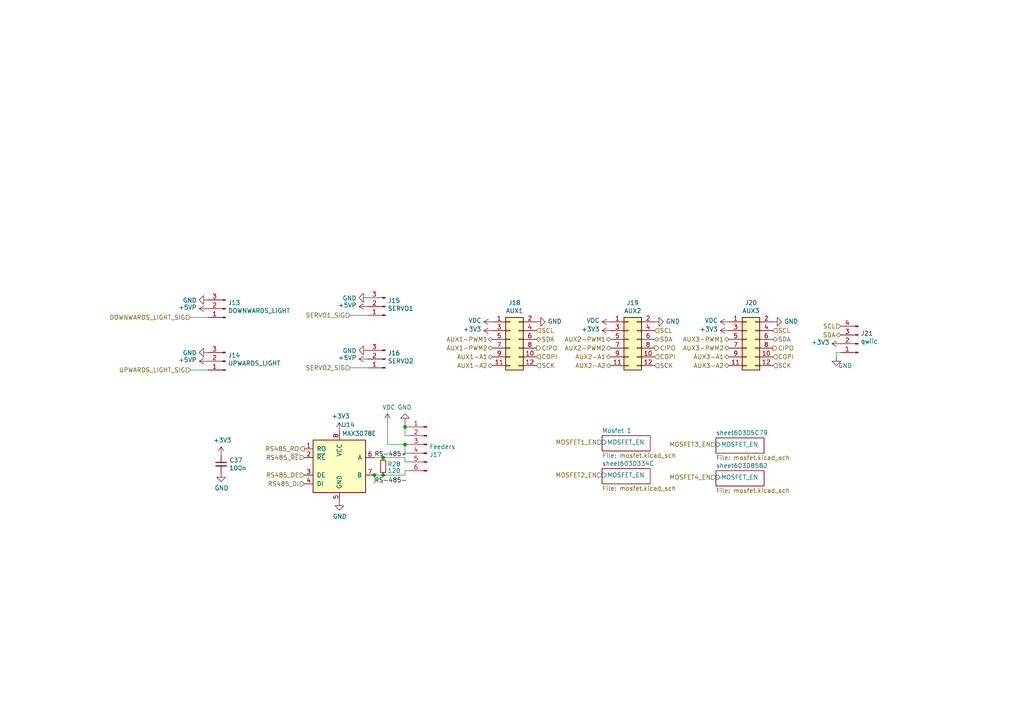
<source format=kicad_sch>
(kicad_sch (version 20211123) (generator eeschema)
  (paper "A4")
  (title_block (title "Output") (date "2021-02-19") (rev "003"))
  (lib_symbols
    (symbol "Connector:Conn_01x03_Male" (pin_names (offset 1.016) hide)
      (property "Reference" "J" (at 0 5.08 0))
      (property "Value" "Conn_01x03_Male" (at 0 -5.08 0))
      (symbol "Conn_01x03_Male_1_1"
        (polyline (pts (xy 1.27 -2.54) (xy 0.8636 -2.54)) (stroke (width 0.1524)))
        (polyline (pts (xy 1.27 0) (xy 0.8636 0)) (stroke (width 0.1524)))
        (polyline (pts (xy 1.27 2.54) (xy 0.8636 2.54)) (stroke (width 0.1524)))
        (rectangle (start 0.8636 -2.413) (end 0 -2.667) (stroke (width 0.1524)) (fill (type outline)))
        (rectangle (start 0.8636 0.127) (end 0 -0.127) (stroke (width 0.1524)) (fill (type outline)))
        (rectangle (start 0.8636 2.667) (end 0 2.413) (stroke (width 0.1524)) (fill (type outline)))
        (pin passive line (at 5.08 2.54 180) (length 3.81) (name "Pin_1") (number "1"))
        (pin passive line (at 5.08 0 180) (length 3.81) (name "Pin_2") (number "2"))
        (pin passive line (at 5.08 -2.54 180) (length 3.81) (name "Pin_3") (number "3"))
      )
    )
    (symbol "Connector:Conn_01x04_Male" (pin_names (offset 1.016) hide)
      (property "Reference" "J" (at 0 5.08 0))
      (property "Value" "Conn_01x04_Male" (at 0 -7.62 0))
      (symbol "Conn_01x04_Male_1_1"
        (polyline (pts (xy 1.27 -5.08) (xy 0.8636 -5.08)) (stroke (width 0.1524)))
        (polyline (pts (xy 1.27 -2.54) (xy 0.8636 -2.54)) (stroke (width 0.1524)))
        (polyline (pts (xy 1.27 0) (xy 0.8636 0)) (stroke (width 0.1524)))
        (polyline (pts (xy 1.27 2.54) (xy 0.8636 2.54)) (stroke (width 0.1524)))
        (rectangle (start 0.8636 -4.953) (end 0 -5.207) (stroke (width 0.1524)) (fill (type outline)))
        (rectangle (start 0.8636 -2.413) (end 0 -2.667) (stroke (width 0.1524)) (fill (type outline)))
        (rectangle (start 0.8636 0.127) (end 0 -0.127) (stroke (width 0.1524)) (fill (type outline)))
        (rectangle (start 0.8636 2.667) (end 0 2.413) (stroke (width 0.1524)) (fill (type outline)))
        (pin passive line (at 5.08 2.54 180) (length 3.81) (name "Pin_1") (number "1"))
        (pin passive line (at 5.08 0 180) (length 3.81) (name "Pin_2") (number "2"))
        (pin passive line (at 5.08 -2.54 180) (length 3.81) (name "Pin_3") (number "3"))
        (pin passive line (at 5.08 -5.08 180) (length 3.81) (name "Pin_4") (number "4"))
      )
    )
    (symbol "Connector:Conn_01x06_Male" (pin_names (offset 1.016) hide)
      (property "Reference" "J" (at 0 7.62 0))
      (property "Value" "Conn_01x06_Male" (at 0 -10.16 0))
      (symbol "Conn_01x06_Male_1_1"
        (polyline (pts (xy 1.27 -7.62) (xy 0.8636 -7.62)) (stroke (width 0.1524)))
        (polyline (pts (xy 1.27 -5.08) (xy 0.8636 -5.08)) (stroke (width 0.1524)))
        (polyline (pts (xy 1.27 -2.54) (xy 0.8636 -2.54)) (stroke (width 0.1524)))
        (polyline (pts (xy 1.27 0) (xy 0.8636 0)) (stroke (width 0.1524)))
        (polyline (pts (xy 1.27 2.54) (xy 0.8636 2.54)) (stroke (width 0.1524)))
        (polyline (pts (xy 1.27 5.08) (xy 0.8636 5.08)) (stroke (width 0.1524)))
        (rectangle (start 0.8636 -7.493) (end 0 -7.747) (stroke (width 0.1524)) (fill (type outline)))
        (rectangle (start 0.8636 -4.953) (end 0 -5.207) (stroke (width 0.1524)) (fill (type outline)))
        (rectangle (start 0.8636 -2.413) (end 0 -2.667) (stroke (width 0.1524)) (fill (type outline)))
        (rectangle (start 0.8636 0.127) (end 0 -0.127) (stroke (width 0.1524)) (fill (type outline)))
        (rectangle (start 0.8636 2.667) (end 0 2.413) (stroke (width 0.1524)) (fill (type outline)))
        (rectangle (start 0.8636 5.207) (end 0 4.953) (stroke (width 0.1524)) (fill (type outline)))
        (pin passive line (at 5.08 5.08 180) (length 3.81) (name "Pin_1") (number "1"))
        (pin passive line (at 5.08 2.54 180) (length 3.81) (name "Pin_2") (number "2"))
        (pin passive line (at 5.08 0 180) (length 3.81) (name "Pin_3") (number "3"))
        (pin passive line (at 5.08 -2.54 180) (length 3.81) (name "Pin_4") (number "4"))
        (pin passive line (at 5.08 -5.08 180) (length 3.81) (name "Pin_5") (number "5"))
        (pin passive line (at 5.08 -7.62 180) (length 3.81) (name "Pin_6") (number "6"))
      )
    )
    (symbol "Connector_Generic:Conn_02x06_Odd_Even" (pin_names (offset 1.016) hide)
      (property "Reference" "J" (at 1.27 7.62 0))
      (property "Value" "Conn_02x06_Odd_Even" (at 1.27 -10.16 0))
      (symbol "Conn_02x06_Odd_Even_1_1"
        (rectangle (start -1.27 -7.493) (end 0 -7.747) (stroke (width 0.1524)))
        (rectangle (start -1.27 -4.953) (end 0 -5.207) (stroke (width 0.1524)))
        (rectangle (start -1.27 -2.413) (end 0 -2.667) (stroke (width 0.1524)))
        (rectangle (start -1.27 0.127) (end 0 -0.127) (stroke (width 0.1524)))
        (rectangle (start -1.27 2.667) (end 0 2.413) (stroke (width 0.1524)))
        (rectangle (start -1.27 5.207) (end 0 4.953) (stroke (width 0.1524)))
        (rectangle (start -1.27 6.35) (end 3.81 -8.89) (stroke (width 0.254)) (fill (type background)))
        (rectangle (start 3.81 -7.493) (end 2.54 -7.747) (stroke (width 0.1524)))
        (rectangle (start 3.81 -4.953) (end 2.54 -5.207) (stroke (width 0.1524)))
        (rectangle (start 3.81 -2.413) (end 2.54 -2.667) (stroke (width 0.1524)))
        (rectangle (start 3.81 0.127) (end 2.54 -0.127) (stroke (width 0.1524)))
        (rectangle (start 3.81 2.667) (end 2.54 2.413) (stroke (width 0.1524)))
        (rectangle (start 3.81 5.207) (end 2.54 4.953) (stroke (width 0.1524)))
        (pin passive line (at -5.08 5.08 0) (length 3.81) (name "Pin_1") (number "1"))
        (pin passive line (at 7.62 -5.08 180) (length 3.81) (name "Pin_10") (number "10"))
        (pin passive line (at -5.08 -7.62 0) (length 3.81) (name "Pin_11") (number "11"))
        (pin passive line (at 7.62 -7.62 180) (length 3.81) (name "Pin_12") (number "12"))
        (pin passive line (at 7.62 5.08 180) (length 3.81) (name "Pin_2") (number "2"))
        (pin passive line (at -5.08 2.54 0) (length 3.81) (name "Pin_3") (number "3"))
        (pin passive line (at 7.62 2.54 180) (length 3.81) (name "Pin_4") (number "4"))
        (pin passive line (at -5.08 0 0) (length 3.81) (name "Pin_5") (number "5"))
        (pin passive line (at 7.62 0 180) (length 3.81) (name "Pin_6") (number "6"))
        (pin passive line (at -5.08 -2.54 0) (length 3.81) (name "Pin_7") (number "7"))
        (pin passive line (at 7.62 -2.54 180) (length 3.81) (name "Pin_8") (number "8"))
        (pin passive line (at -5.08 -5.08 0) (length 3.81) (name "Pin_9") (number "9"))
      )
    )
    (symbol "Device:C_Small" (pin_numbers hide) (pin_names (offset 0.254) hide)
      (property "Reference" "C" (at 0.254 1.778 0))
      (property "Value" "C_Small" (at 0.254 -2.032 0))
      (symbol "C_Small_0_1"
        (polyline (pts (xy -1.524 -0.508) (xy 1.524 -0.508)) (stroke (width 0.3302)))
        (polyline (pts (xy -1.524 0.508) (xy 1.524 0.508)) (stroke (width 0.3048)))
      )
      (symbol "C_Small_1_1"
        (pin passive line (at 0 2.54 270) (length 2.032) (name "~") (number "1"))
        (pin passive line (at 0 -2.54 90) (length 2.032) (name "~") (number "2"))
      )
    )
    (symbol "Device:R_Small" (pin_numbers hide) (pin_names (offset 0.254) hide)
      (property "Reference" "R" (at 0.762 0.508 0))
      (property "Value" "R_Small" (at 0.762 -1.016 0))
      (symbol "R_Small_0_1"
        (rectangle (start -0.762 1.778) (end 0.762 -1.778) (stroke (width 0.2032)))
      )
      (symbol "R_Small_1_1"
        (pin passive line (at 0 2.54 270) (length 0.762) (name "~") (number "1"))
        (pin passive line (at 0 -2.54 90) (length 0.762) (name "~") (number "2"))
      )
    )
    (symbol "Interface_UART:MAX3078E" (pin_names (offset 1.016))
      (property "Reference" "U" (at -7.62 8.89 0))
      (property "Value" "MAX3078E" (at 2.54 8.89 0))
      (symbol "MAX3078E_0_1"
        (rectangle (start -7.62 7.62) (end 7.62 -7.62) (stroke (width 0.254)) (fill (type background)))
      )
      (symbol "MAX3078E_1_1"
        (pin output line (at -10.16 5.08 0) (length 2.54) (name "RO") (number "1"))
        (pin input line (at -10.16 2.54 0) (length 2.54) (name "~{RE}") (number "2"))
        (pin input line (at -10.16 -2.54 0) (length 2.54) (name "DE") (number "3"))
        (pin input line (at -10.16 -5.08 0) (length 2.54) (name "DI") (number "4"))
        (pin power_in line (at 0 -10.16 90) (length 2.54) (name "GND") (number "5"))
        (pin bidirectional line (at 10.16 2.54 180) (length 2.54) (name "A") (number "6"))
        (pin bidirectional line (at 10.16 -2.54 180) (length 2.54) (name "B") (number "7"))
        (pin power_in line (at 0 10.16 270) (length 2.54) (name "VCC") (number "8"))
      )
    )
    (symbol "power:+3.3V" (power) (pin_names (offset 0))
      (property "Value" "+3.3V" (at 0 3.556 0))
      (symbol "+3.3V_0_1"
        (polyline (pts (xy -0.762 1.27) (xy 0 2.54)))
        (polyline (pts (xy 0 0) (xy 0 2.54)))
        (polyline (pts (xy 0 2.54) (xy 0.762 1.27)))
      )
      (symbol "+3.3V_1_1"
        (pin power_in line (at 0 0 90) (length 0) hide (name "+3V3") (number "1"))
      )
    )
    (symbol "power:+5VP" (power) (pin_names (offset 0))
      (property "Value" "+5VP" (at 0 3.556 0))
      (symbol "+5VP_0_1"
        (polyline (pts (xy -0.762 1.27) (xy 0 2.54)))
        (polyline (pts (xy 0 0) (xy 0 2.54)))
        (polyline (pts (xy 0 2.54) (xy 0.762 1.27)))
      )
      (symbol "+5VP_1_1"
        (pin power_in line (at 0 0 90) (length 0) hide (name "+5VP") (number "1"))
      )
    )
    (symbol "power:GND" (power) (pin_names (offset 0))
      (property "Value" "GND" (at 0 -3.81 0))
      (symbol "GND_0_1"
        (polyline (pts (xy 0 0) (xy 0 -1.27) (xy 1.27 -1.27) (xy 0 -2.54) (xy -1.27 -1.27) (xy 0 -1.27)))
      )
      (symbol "GND_1_1"
        (pin power_in line (at 0 0 270) (length 0) hide (name "GND") (number "1"))
      )
    )
    (symbol "power:VDC" (power) (pin_names (offset 0))
      (property "Value" "VDC" (at 0 6.35 0))
      (symbol "VDC_0_1"
        (polyline (pts (xy -0.762 1.27) (xy 0 2.54)))
        (polyline (pts (xy 0 0) (xy 0 2.54)))
        (polyline (pts (xy 0 2.54) (xy 0.762 1.27)))
      )
      (symbol "VDC_1_1"
        (pin power_in line (at 0 0 90) (length 0) hide (name "VDC") (number "1"))
      )
    )
  )
  (junction (at 117.475 123.825))
  (junction (at 108.585 137.795))
  (junction (at 117.475 128.905))
  (junction (at 111.125 137.795))
  (junction (at 111.125 132.715))
  (wire (pts (xy 117.475 133.985) (xy 118.745 133.985)))
  (wire (pts (xy 242.57 103.505) (xy 242.57 102.235)))
  (wire (pts (xy 117.475 126.365) (xy 118.745 126.365)))
  (wire (pts (xy 111.125 132.715) (xy 117.475 132.715)))
  (wire (pts (xy 112.395 128.905) (xy 117.475 128.905)))
  (wire (pts (xy 117.475 123.825) (xy 117.475 126.365)))
  (wire (pts (xy 108.585 140.335) (xy 108.585 137.795)))
  (wire (pts (xy 101.6 91.44) (xy 106.68 91.44)))
  (wire (pts (xy 118.745 123.825) (xy 117.475 123.825)))
  (wire (pts (xy 117.475 132.715) (xy 117.475 133.985)))
  (wire (pts (xy 118.745 136.525) (xy 117.475 136.525)))
  (wire (pts (xy 108.585 132.715) (xy 111.125 132.715)))
  (wire (pts (xy 111.125 137.795) (xy 108.585 137.795)))
  (wire (pts (xy 55.245 107.315) (xy 60.325 107.315)))
  (wire (pts (xy 242.57 102.235) (xy 243.84 102.235)))
  (wire (pts (xy 117.475 136.525) (xy 117.475 137.795)))
  (wire (pts (xy 112.395 122.555) (xy 112.395 128.905)))
  (wire (pts (xy 55.245 92.075) (xy 60.325 92.075)))
  (wire (pts (xy 117.475 128.905) (xy 118.745 128.905)))
  (wire (pts (xy 117.475 137.795) (xy 111.125 137.795)))
  (wire (pts (xy 117.475 131.445) (xy 118.745 131.445)))
  (wire (pts (xy 117.475 122.555) (xy 117.475 123.825)))
  (wire (pts (xy 117.475 128.905) (xy 117.475 131.445)))
  (wire (pts (xy 101.6 106.68) (xy 106.68 106.68)))
  (label "RS-485+" (at 108.585 132.715 0))
  (label "RS-485-" (at 108.585 140.335 0))
  (hierarchical_label "SDA" (shape bidirectional) (at 243.84 97.155 180))
  (hierarchical_label "AUX2-PWM2" (shape bidirectional) (at 177.165 100.965 180))
  (hierarchical_label "AUX1-A1" (shape bidirectional) (at 142.875 103.505 180))
  (hierarchical_label "SERVO2_SIG" (shape input) (at 101.6 106.68 180))
  (hierarchical_label "MOSFET1_EN" (shape input) (at 174.625 128.27 180))
  (hierarchical_label "AUX2-A2" (shape bidirectional) (at 177.165 106.045 180))
  (hierarchical_label "RS485_~{RE}" (shape input) (at 88.265 132.715 180))
  (hierarchical_label "AUX1-A2" (shape bidirectional) (at 142.875 106.045 180))
  (hierarchical_label "MOSFET2_EN" (shape input) (at 174.625 137.795 180))
  (hierarchical_label "AUX3-PWM2" (shape bidirectional) (at 211.455 100.965 180))
  (hierarchical_label "RS485_RO" (shape output) (at 88.265 130.175 180))
  (hierarchical_label "AUX3-A1" (shape bidirectional) (at 211.455 103.505 180))
  (hierarchical_label "SDA" (shape bidirectional) (at 224.155 98.425 0))
  (hierarchical_label "SCK" (shape input) (at 189.865 106.045 0))
  (hierarchical_label "CIPO" (shape output) (at 189.865 100.965 0))
  (hierarchical_label "SCL" (shape input) (at 155.575 95.885 0))
  (hierarchical_label "MOSFET4_EN" (shape input) (at 207.645 138.43 180))
  (hierarchical_label "SCL" (shape input) (at 189.865 95.885 0))
  (hierarchical_label "COPI" (shape input) (at 189.865 103.505 0))
  (hierarchical_label "AUX3-PWM1" (shape bidirectional) (at 211.455 98.425 180))
  (hierarchical_label "RS485_DE" (shape input) (at 88.265 137.795 180))
  (hierarchical_label "UPWARDS_LIGHT_SIG" (shape input) (at 55.245 107.315 180))
  (hierarchical_label "SCK" (shape input) (at 224.155 106.045 0))
  (hierarchical_label "SCL" (shape input) (at 243.84 94.615 180))
  (hierarchical_label "CIPO" (shape output) (at 155.575 100.965 0))
  (hierarchical_label "DOWNWARDS_LIGHT_SIG" (shape input) (at 55.245 92.075 180))
  (hierarchical_label "MOSFET3_EN" (shape input) (at 207.645 128.905 180))
  (hierarchical_label "AUX1-PWM2" (shape bidirectional) (at 142.875 100.965 180))
  (hierarchical_label "RS485_DI" (shape input) (at 88.265 140.335 180))
  (hierarchical_label "CIPO" (shape output) (at 224.155 100.965 0))
  (hierarchical_label "COPI" (shape input) (at 155.575 103.505 0))
  (hierarchical_label "AUX1-PWM1" (shape bidirectional) (at 142.875 98.425 180))
  (hierarchical_label "COPI" (shape input) (at 224.155 103.505 0))
  (hierarchical_label "AUX3-A2" (shape bidirectional) (at 211.455 106.045 180))
  (hierarchical_label "SDA" (shape bidirectional) (at 155.575 98.425 0))
  (hierarchical_label "SCK" (shape input) (at 155.575 106.045 0))
  (hierarchical_label "SDA" (shape bidirectional) (at 189.865 98.425 0))
  (hierarchical_label "SCL" (shape input) (at 224.155 95.885 0))
  (hierarchical_label "AUX2-A1" (shape bidirectional) (at 177.165 103.505 180))
  (hierarchical_label "SERVO1_SIG" (shape input) (at 101.6 91.44 180))
  (hierarchical_label "AUX2-PWM1" (shape bidirectional) (at 177.165 98.425 180))
  (symbol (lib_id "Connector:Conn_01x03_Male") (at 111.76 88.9 180) (unit 1)
    (property "Reference" "J15" (at 112.4712 87.1728 0) (effects (justify right)))
    (property "Value" "SERVO1" (at 112.4712 89.4842 0) (effects (justify right)))
    (property "Footprint" "Connector_JST:JST_XH_B3B-XH-A_1x03_P2.50mm_Vertical" (effects hide))
    (property "LCSC" "C2316" (effects hide))
    (property "JLCPCB" "C2316" (effects hide))
    (property "Digikey" "455-2248-ND" (effects hide))
  )
  (symbol (lib_id "Connector:Conn_01x03_Male") (at 111.76 104.14 180) (unit 1)
    (property "Reference" "J16" (at 112.4712 102.4128 0) (effects (justify right)))
    (property "Value" "SERVO2" (at 112.4712 104.7242 0) (effects (justify right)))
    (property "Footprint" "Connector_JST:JST_XH_B3B-XH-A_1x03_P2.50mm_Vertical" (effects hide))
    (property "LCSC" "C2316" (effects hide))
    (property "JLCPCB" "C2316" (effects hide))
    (property "Digikey" "455-2248-ND" (effects hide))
  )
  (symbol (lib_id "Connector:Conn_01x03_Male") (at 65.405 89.535 180) (unit 1)
    (property "Reference" "J13" (at 66.1162 87.8078 0) (effects (justify right)))
    (property "Value" "DOWNWARDS_LIGHT" (at 66.1162 90.1192 0) (effects (justify right)))
    (property "Footprint" "Connector_JST:JST_XH_B3B-XH-A_1x03_P2.50mm_Vertical" (effects hide))
    (property "LCSC" "C2316" (effects hide))
    (property "JLCPCB" "C2316" (effects hide))
    (property "Digikey" "455-2248-ND" (effects hide))
  )
  (symbol (lib_id "Connector:Conn_01x03_Male") (at 65.405 104.775 180) (unit 1)
    (property "Reference" "J14" (at 66.1162 103.0478 0) (effects (justify right)))
    (property "Value" "UPWARDS_LIGHT" (at 66.1162 105.3592 0) (effects (justify right)))
    (property "Footprint" "Connector_JST:JST_XH_B3B-XH-A_1x03_P2.50mm_Vertical" (effects hide))
    (property "LCSC" "C2316" (effects hide))
    (property "JLCPCB" "C2316" (effects hide))
    (property "Digikey" "455-2248-ND" (effects hide))
  )
  (symbol (lib_id "Device:R_Small") (at 111.125 135.255 0) (unit 1)
    (property "Reference" "R28" (at 114.3 134.62 0))
    (property "Value" "120" (at 114.3 136.525 0))
    (property "Footprint" "Resistor_SMD:R_0805_2012Metric" (effects hide))
    (property "Datasheet" "https://www.vishay.com/docs/20035/dcrcwe3.pdf" (effects hide))
    (property "Digikey" "541-120CCT-ND" (effects hide))
    (property "JLCPCB" " C17437" (effects hide))
    (property "LCSC" "C131390 " (effects hide))
    (property "Mouser" "71-CRCW0805120RFKEA" (effects hide))
  )
  (symbol (lib_id "power:GND") (at 98.425 145.415 0) (unit 1)
    (property "Reference" "#PWR0169" (effects hide))
    (property "Value" "GND" (at 98.552 149.8092 0))
  )
  (symbol (lib_id "Device:C_Small") (at 64.135 134.62 0) (unit 1)
    (property "Reference" "C37" (at 66.4718 133.4516 0) (effects (justify left)))
    (property "Value" "100n" (at 66.4718 135.763 0) (effects (justify left)))
    (property "Footprint" "Capacitor_SMD:C_0805_2012Metric" (effects hide))
    (property "Digikey" "1276-1180-1-ND" (effects hide))
    (property "JLCPCB" "C49678" (effects hide))
    (property "LCSC" "C360619" (effects hide))
    (property "Mouser" "581-08055C104K" (effects hide))
  )
  (symbol (lib_id "power:GND") (at 64.135 137.16 0) (unit 1)
    (property "Reference" "#PWR0167" (effects hide))
    (property "Value" "GND" (at 64.262 141.5542 0))
  )
  (symbol (lib_id "Connector:Conn_01x06_Male") (at 123.825 128.905 0) (mirror y) (unit 1)
    (property "Reference" "J17" (at 124.5362 131.9022 0) (effects (justify right)))
    (property "Value" "Feeders" (at 124.5362 129.5908 0) (effects (justify right)))
    (property "Footprint" "Connector_IDC:IDC-Header_2x03_P2.54mm_Vertical" (effects hide))
    (property "LCSC" "C601936" (effects hide))
    (property "JLCPCB" "C601936" (effects hide))
  )
  (symbol (lib_id "Connector:Conn_01x04_Male") (at 248.92 99.695 180) (unit 1)
    (property "Reference" "J21" (at 249.6312 96.6978 0) (effects (justify right)))
    (property "Value" "qwiic" (at 249.6312 99.0092 0) (effects (justify right)))
    (property "Footprint" "Connector_JST:JST_SH_BM04B-SRSS-TB_1x04-1MP_P1.00mm_Vertical" (effects hide))
    (property "LCSC" "C145961" (effects hide))
    (property "Config" "+qwiic" (effects hide))
  )
  (symbol (lib_id "power:GND") (at 242.57 103.505 0) (unit 1)
    (property "Reference" "#PWR0185" (effects hide))
    (property "Value" "GND" (at 245.11 106.045 0))
  )
  (symbol (lib_id "power:VDC") (at 112.395 122.555 0) (unit 1)
    (property "Reference" "#PWR0174" (effects hide))
    (property "Value" "VDC" (at 112.776 118.1608 0))
  )
  (symbol (lib_id "power:GND") (at 117.475 122.555 180) (unit 1)
    (property "Reference" "#PWR0175" (effects hide))
    (property "Value" "GND" (at 117.348 118.1608 0))
  )
  (symbol (lib_id "power:GND") (at 60.325 102.235 270) (unit 1)
    (property "Reference" "#PWR0164" (effects hide))
    (property "Value" "GND" (at 57.0738 102.362 90) (effects (justify right)))
  )
  (symbol (lib_id "power:GND") (at 60.325 86.995 270) (unit 1)
    (property "Reference" "#PWR0162" (effects hide))
    (property "Value" "GND" (at 57.0738 87.122 90) (effects (justify right)))
  )
  (symbol (lib_id "power:+3.3V") (at 243.84 99.695 90) (unit 1)
    (property "Reference" "#PWR0186" (effects hide))
    (property "Value" "+3.3V" (at 240.5888 99.314 90) (effects (justify left)))
  )
  (symbol (lib_id "power:+3.3V") (at 98.425 125.095 0) (unit 1)
    (property "Reference" "#PWR0168" (effects hide))
    (property "Value" "+3.3V" (at 98.806 120.7008 0))
  )
  (symbol (lib_id "power:+3.3V") (at 64.135 132.08 0) (unit 1)
    (property "Reference" "#PWR0166" (effects hide))
    (property "Value" "+3.3V" (at 64.516 127.6858 0))
  )
  (symbol (lib_id "power:GND") (at 106.68 86.36 270) (unit 1)
    (property "Reference" "#PWR0170" (effects hide))
    (property "Value" "GND" (at 103.4288 86.487 90) (effects (justify right)))
  )
  (symbol (lib_id "power:VDC") (at 142.875 93.345 90) (unit 1)
    (property "Reference" "#PWR0176" (effects hide))
    (property "Value" "VDC" (at 139.6492 92.964 90) (effects (justify left)))
  )
  (symbol (lib_id "power:GND") (at 155.575 93.345 90) (unit 1)
    (property "Reference" "#PWR0178" (effects hide))
    (property "Value" "GND" (at 158.8262 93.218 90) (effects (justify right)))
  )
  (symbol (lib_id "Interface_UART:MAX3078E") (at 98.425 135.255 0) (unit 1)
    (property "Reference" "U14" (at 100.965 123.19 0))
    (property "Value" "MAX3078E" (at 104.14 125.73 0))
    (property "Footprint" "Package_SO:SOIC-8_3.9x4.9mm_P1.27mm" (effects hide))
    (property "Datasheet" "https://datasheets.maximintegrated.com/en/ds/MAX3070E-MAX3079E.pdf" (effects hide))
    (property "LCSC" "C40031" (effects hide))
    (property "Mouser" "700-MAX3078EESA " (effects hide))
    (property "JLCPCB" "C40031" (effects hide))
    (property "Digikey" "MAX3078EASA+-ND" (effects hide))
  )
  (symbol (lib_id "Connector_Generic:Conn_02x06_Odd_Even") (at 147.955 98.425 0) (unit 1)
    (property "Reference" "J18" (at 149.225 87.8332 0))
    (property "Value" "AUX1" (at 149.225 90.1446 0))
    (property "Footprint" "Connector_IDC:IDC-Header_2x06_P2.54mm_Vertical" (effects hide))
    (property "LCSC" "C9136" (effects hide))
  )
  (symbol (lib_id "power:+3.3V") (at 142.875 95.885 90) (unit 1)
    (property "Reference" "#PWR0177" (effects hide))
    (property "Value" "+3.3V" (at 139.6238 95.504 90) (effects (justify left)))
  )
  (symbol (lib_id "power:+3.3V") (at 177.165 95.885 90) (unit 1)
    (property "Reference" "#PWR0180" (effects hide))
    (property "Value" "+3.3V" (at 173.9138 95.504 90) (effects (justify left)))
  )
  (symbol (lib_id "power:+3.3V") (at 211.455 95.885 90) (unit 1)
    (property "Reference" "#PWR0183" (effects hide))
    (property "Value" "+3.3V" (at 208.2038 95.504 90) (effects (justify left)))
  )
  (symbol (lib_id "power:VDC") (at 177.165 93.345 90) (unit 1)
    (property "Reference" "#PWR0179" (effects hide))
    (property "Value" "VDC" (at 173.9392 92.964 90) (effects (justify left)))
  )
  (symbol (lib_id "power:GND") (at 189.865 93.345 90) (unit 1)
    (property "Reference" "#PWR0181" (effects hide))
    (property "Value" "GND" (at 193.1162 93.218 90) (effects (justify right)))
  )
  (symbol (lib_id "Connector_Generic:Conn_02x06_Odd_Even") (at 182.245 98.425 0) (unit 1)
    (property "Reference" "J19" (at 183.515 87.8332 0))
    (property "Value" "AUX2" (at 183.515 90.1446 0))
    (property "Footprint" "Connector_IDC:IDC-Header_2x06_P2.54mm_Vertical" (effects hide))
    (property "LCSC" "C9136" (effects hide))
  )
  (symbol (lib_id "Connector_Generic:Conn_02x06_Odd_Even") (at 216.535 98.425 0) (unit 1)
    (property "Reference" "J20" (at 217.805 87.8332 0))
    (property "Value" "AUX3" (at 217.805 90.1446 0))
    (property "Footprint" "Connector_IDC:IDC-Header_2x06_P2.54mm_Vertical" (effects hide))
    (property "LCSC" "C9136" (effects hide))
  )
  (symbol (lib_id "power:GND") (at 224.155 93.345 90) (unit 1)
    (property "Reference" "#PWR0184" (effects hide))
    (property "Value" "GND" (at 227.4062 93.218 90) (effects (justify right)))
  )
  (symbol (lib_id "power:VDC") (at 211.455 93.345 90) (unit 1)
    (property "Reference" "#PWR0182" (effects hide))
    (property "Value" "VDC" (at 208.2292 92.964 90) (effects (justify left)))
  )
  (symbol (lib_id "power:+5VP") (at 60.325 104.775 90) (unit 1)
    (property "Reference" "#PWR0165" (effects hide))
    (property "Value" "+5VP" (at 57.0738 104.394 90) (effects (justify left)))
  )
  (symbol (lib_id "power:+5VP") (at 60.325 89.535 90) (unit 1)
    (property "Reference" "#PWR0163" (effects hide))
    (property "Value" "+5VP" (at 57.0738 89.154 90) (effects (justify left)))
  )
  (symbol (lib_id "power:GND") (at 106.68 101.6 270) (unit 1)
    (property "Reference" "#PWR0172" (effects hide))
    (property "Value" "GND" (at 103.4288 101.727 90) (effects (justify right)))
  )
  (symbol (lib_id "power:+5VP") (at 106.68 88.9 90) (unit 1)
    (property "Reference" "#PWR0171" (effects hide))
    (property "Value" "+5VP" (at 103.4288 88.519 90) (effects (justify left)))
  )
  (symbol (lib_id "power:+5VP") (at 106.68 104.14 90) (unit 1)
    (property "Reference" "#PWR0173" (effects hide))
    (property "Value" "+5VP" (at 103.4288 103.759 90) (effects (justify left)))
  )
  (sheet (at 174.625 126.365) (size 13.97 4.445)
    (property "Sheet name" "Mosfet 1" (at 174.625 125.6534 0) (effects (justify left bottom)))
    (property "Sheet file" "mosfet.kicad_sch" (at 174.625 131.3946 0) (effects (justify left top)))
    (pin "MOSFET_EN" input (at 174.625 128.27 180))
  )
  (sheet (at 174.625 135.89) (size 13.97 4.445)
    (property "Sheet name" "sheet603D334C" (at 174.625 135.1784 0) (effects (justify left bottom)))
    (property "Sheet file" "mosfet.kicad_sch" (at 174.625 140.9196 0) (effects (justify left top)))
    (pin "MOSFET_EN" input (at 174.625 137.795 180))
  )
  (sheet (at 207.645 127) (size 13.97 4.445)
    (property "Sheet name" "sheet603D5C79" (at 207.645 126.2884 0) (effects (justify left bottom)))
    (property "Sheet file" "mosfet.kicad_sch" (at 207.645 132.0296 0) (effects (justify left top)))
    (pin "MOSFET_EN" input (at 207.645 128.905 180))
  )
  (sheet (at 207.645 136.525) (size 13.97 4.445)
    (property "Sheet name" "sheet603D8582" (at 207.645 135.8134 0) (effects (justify left bottom)))
    (property "Sheet file" "mosfet.kicad_sch" (at 207.645 141.5546 0) (effects (justify left top)))
    (pin "MOSFET_EN" input (at 207.645 138.43 180))
  )
)
</source>
